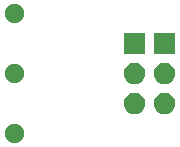
<source format=gbr>
G04 #@! TF.GenerationSoftware,KiCad,Pcbnew,(5.1.6)-1*
G04 #@! TF.CreationDate,2020-07-16T22:30:49-05:00*
G04 #@! TF.ProjectId,PotentiometerToServoWire,506f7465-6e74-4696-9f6d-65746572546f,rev?*
G04 #@! TF.SameCoordinates,Original*
G04 #@! TF.FileFunction,Soldermask,Bot*
G04 #@! TF.FilePolarity,Negative*
%FSLAX46Y46*%
G04 Gerber Fmt 4.6, Leading zero omitted, Abs format (unit mm)*
G04 Created by KiCad (PCBNEW (5.1.6)-1) date 2020-07-16 22:30:49*
%MOMM*%
%LPD*%
G01*
G04 APERTURE LIST*
%ADD10C,0.100000*%
G04 APERTURE END LIST*
D10*
G36*
X137397142Y-95738242D02*
G01*
X137545101Y-95799529D01*
X137678255Y-95888499D01*
X137791501Y-96001745D01*
X137880471Y-96134899D01*
X137941758Y-96282858D01*
X137973000Y-96439925D01*
X137973000Y-96600075D01*
X137941758Y-96757142D01*
X137880471Y-96905101D01*
X137791501Y-97038255D01*
X137678255Y-97151501D01*
X137545101Y-97240471D01*
X137397142Y-97301758D01*
X137240075Y-97333000D01*
X137079925Y-97333000D01*
X136922858Y-97301758D01*
X136774899Y-97240471D01*
X136641745Y-97151501D01*
X136528499Y-97038255D01*
X136439529Y-96905101D01*
X136378242Y-96757142D01*
X136347000Y-96600075D01*
X136347000Y-96439925D01*
X136378242Y-96282858D01*
X136439529Y-96134899D01*
X136528499Y-96001745D01*
X136641745Y-95888499D01*
X136774899Y-95799529D01*
X136922858Y-95738242D01*
X137079925Y-95707000D01*
X137240075Y-95707000D01*
X137397142Y-95738242D01*
G37*
G36*
X149973512Y-93083927D02*
G01*
X150122812Y-93113624D01*
X150286784Y-93181544D01*
X150434354Y-93280147D01*
X150559853Y-93405646D01*
X150658456Y-93553216D01*
X150726376Y-93717188D01*
X150761000Y-93891259D01*
X150761000Y-94068741D01*
X150726376Y-94242812D01*
X150658456Y-94406784D01*
X150559853Y-94554354D01*
X150434354Y-94679853D01*
X150286784Y-94778456D01*
X150122812Y-94846376D01*
X149973512Y-94876073D01*
X149948742Y-94881000D01*
X149771258Y-94881000D01*
X149746488Y-94876073D01*
X149597188Y-94846376D01*
X149433216Y-94778456D01*
X149285646Y-94679853D01*
X149160147Y-94554354D01*
X149061544Y-94406784D01*
X148993624Y-94242812D01*
X148959000Y-94068741D01*
X148959000Y-93891259D01*
X148993624Y-93717188D01*
X149061544Y-93553216D01*
X149160147Y-93405646D01*
X149285646Y-93280147D01*
X149433216Y-93181544D01*
X149597188Y-93113624D01*
X149746488Y-93083927D01*
X149771258Y-93079000D01*
X149948742Y-93079000D01*
X149973512Y-93083927D01*
G37*
G36*
X147433512Y-93083927D02*
G01*
X147582812Y-93113624D01*
X147746784Y-93181544D01*
X147894354Y-93280147D01*
X148019853Y-93405646D01*
X148118456Y-93553216D01*
X148186376Y-93717188D01*
X148221000Y-93891259D01*
X148221000Y-94068741D01*
X148186376Y-94242812D01*
X148118456Y-94406784D01*
X148019853Y-94554354D01*
X147894354Y-94679853D01*
X147746784Y-94778456D01*
X147582812Y-94846376D01*
X147433512Y-94876073D01*
X147408742Y-94881000D01*
X147231258Y-94881000D01*
X147206488Y-94876073D01*
X147057188Y-94846376D01*
X146893216Y-94778456D01*
X146745646Y-94679853D01*
X146620147Y-94554354D01*
X146521544Y-94406784D01*
X146453624Y-94242812D01*
X146419000Y-94068741D01*
X146419000Y-93891259D01*
X146453624Y-93717188D01*
X146521544Y-93553216D01*
X146620147Y-93405646D01*
X146745646Y-93280147D01*
X146893216Y-93181544D01*
X147057188Y-93113624D01*
X147206488Y-93083927D01*
X147231258Y-93079000D01*
X147408742Y-93079000D01*
X147433512Y-93083927D01*
G37*
G36*
X149973512Y-90543927D02*
G01*
X150122812Y-90573624D01*
X150286784Y-90641544D01*
X150434354Y-90740147D01*
X150559853Y-90865646D01*
X150658456Y-91013216D01*
X150726376Y-91177188D01*
X150761000Y-91351259D01*
X150761000Y-91528741D01*
X150726376Y-91702812D01*
X150658456Y-91866784D01*
X150559853Y-92014354D01*
X150434354Y-92139853D01*
X150286784Y-92238456D01*
X150122812Y-92306376D01*
X149973512Y-92336073D01*
X149948742Y-92341000D01*
X149771258Y-92341000D01*
X149746488Y-92336073D01*
X149597188Y-92306376D01*
X149433216Y-92238456D01*
X149285646Y-92139853D01*
X149160147Y-92014354D01*
X149061544Y-91866784D01*
X148993624Y-91702812D01*
X148959000Y-91528741D01*
X148959000Y-91351259D01*
X148993624Y-91177188D01*
X149061544Y-91013216D01*
X149160147Y-90865646D01*
X149285646Y-90740147D01*
X149433216Y-90641544D01*
X149597188Y-90573624D01*
X149746488Y-90543927D01*
X149771258Y-90539000D01*
X149948742Y-90539000D01*
X149973512Y-90543927D01*
G37*
G36*
X147433512Y-90543927D02*
G01*
X147582812Y-90573624D01*
X147746784Y-90641544D01*
X147894354Y-90740147D01*
X148019853Y-90865646D01*
X148118456Y-91013216D01*
X148186376Y-91177188D01*
X148221000Y-91351259D01*
X148221000Y-91528741D01*
X148186376Y-91702812D01*
X148118456Y-91866784D01*
X148019853Y-92014354D01*
X147894354Y-92139853D01*
X147746784Y-92238456D01*
X147582812Y-92306376D01*
X147433512Y-92336073D01*
X147408742Y-92341000D01*
X147231258Y-92341000D01*
X147206488Y-92336073D01*
X147057188Y-92306376D01*
X146893216Y-92238456D01*
X146745646Y-92139853D01*
X146620147Y-92014354D01*
X146521544Y-91866784D01*
X146453624Y-91702812D01*
X146419000Y-91528741D01*
X146419000Y-91351259D01*
X146453624Y-91177188D01*
X146521544Y-91013216D01*
X146620147Y-90865646D01*
X146745646Y-90740147D01*
X146893216Y-90641544D01*
X147057188Y-90573624D01*
X147206488Y-90543927D01*
X147231258Y-90539000D01*
X147408742Y-90539000D01*
X147433512Y-90543927D01*
G37*
G36*
X137397142Y-90658242D02*
G01*
X137545101Y-90719529D01*
X137678255Y-90808499D01*
X137791501Y-90921745D01*
X137880471Y-91054899D01*
X137941758Y-91202858D01*
X137973000Y-91359925D01*
X137973000Y-91520075D01*
X137941758Y-91677142D01*
X137880471Y-91825101D01*
X137791501Y-91958255D01*
X137678255Y-92071501D01*
X137545101Y-92160471D01*
X137397142Y-92221758D01*
X137240075Y-92253000D01*
X137079925Y-92253000D01*
X136922858Y-92221758D01*
X136774899Y-92160471D01*
X136641745Y-92071501D01*
X136528499Y-91958255D01*
X136439529Y-91825101D01*
X136378242Y-91677142D01*
X136347000Y-91520075D01*
X136347000Y-91359925D01*
X136378242Y-91202858D01*
X136439529Y-91054899D01*
X136528499Y-90921745D01*
X136641745Y-90808499D01*
X136774899Y-90719529D01*
X136922858Y-90658242D01*
X137079925Y-90627000D01*
X137240075Y-90627000D01*
X137397142Y-90658242D01*
G37*
G36*
X148221000Y-89801000D02*
G01*
X146419000Y-89801000D01*
X146419000Y-87999000D01*
X148221000Y-87999000D01*
X148221000Y-89801000D01*
G37*
G36*
X150761000Y-89801000D02*
G01*
X148959000Y-89801000D01*
X148959000Y-87999000D01*
X150761000Y-87999000D01*
X150761000Y-89801000D01*
G37*
G36*
X137397142Y-85578242D02*
G01*
X137545101Y-85639529D01*
X137678255Y-85728499D01*
X137791501Y-85841745D01*
X137880471Y-85974899D01*
X137941758Y-86122858D01*
X137973000Y-86279925D01*
X137973000Y-86440075D01*
X137941758Y-86597142D01*
X137880471Y-86745101D01*
X137791501Y-86878255D01*
X137678255Y-86991501D01*
X137545101Y-87080471D01*
X137397142Y-87141758D01*
X137240075Y-87173000D01*
X137079925Y-87173000D01*
X136922858Y-87141758D01*
X136774899Y-87080471D01*
X136641745Y-86991501D01*
X136528499Y-86878255D01*
X136439529Y-86745101D01*
X136378242Y-86597142D01*
X136347000Y-86440075D01*
X136347000Y-86279925D01*
X136378242Y-86122858D01*
X136439529Y-85974899D01*
X136528499Y-85841745D01*
X136641745Y-85728499D01*
X136774899Y-85639529D01*
X136922858Y-85578242D01*
X137079925Y-85547000D01*
X137240075Y-85547000D01*
X137397142Y-85578242D01*
G37*
M02*

</source>
